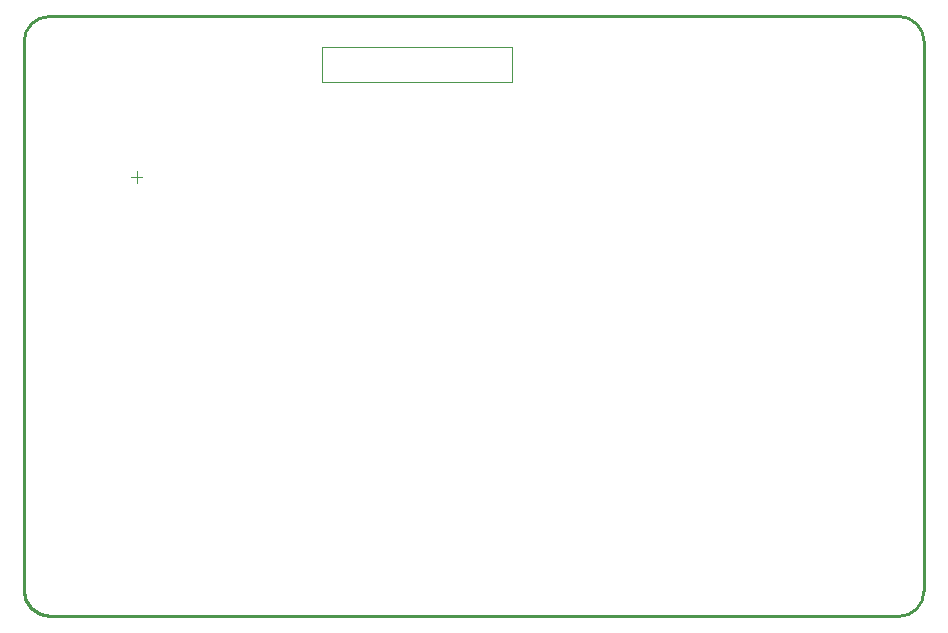
<source format=gko>
G04*
G04 #@! TF.GenerationSoftware,Altium Limited,Altium Designer,21.3.2 (30)*
G04*
G04 Layer_Color=16711935*
%FSLAX44Y44*%
%MOMM*%
G71*
G04*
G04 #@! TF.SameCoordinates,9234EC1E-5B27-41C9-997F-A59CE03DEA51*
G04*
G04*
G04 #@! TF.FilePolarity,Positive*
G04*
G01*
G75*
%ADD10C,0.2540*%
%ADD15C,0.0500*%
D10*
X254000Y276860D02*
G03*
X276860Y254000I22860J0D01*
G01*
X275499Y762000D02*
G03*
X254000Y740501I0J-21499D01*
G01*
X1016000D02*
G03*
X994501Y762000I-21499J0D01*
G01*
Y254000D02*
G03*
X1016000Y275499I0J21499D01*
G01*
X254000Y276860D02*
Y740501D01*
X275499Y762000D02*
X994501D01*
X1016000Y275499D02*
Y740501D01*
X276860Y254000D02*
X994501D01*
X275499Y762000D02*
G03*
X254000Y740501I0J-21499D01*
G01*
Y275499D02*
G03*
X275499Y254000I21499J0D01*
G01*
X1016000Y740501D02*
G03*
X994501Y762000I-21499J0D01*
G01*
Y254000D02*
G03*
X1016000Y275499I0J21499D01*
G01*
X275499Y762000D02*
X994501D01*
X275499Y254000D02*
X994501D01*
X254000Y275499D02*
Y740501D01*
X1016000Y275499D02*
Y740501D01*
D15*
X667090Y706410D02*
Y736310D01*
X506390Y706410D02*
X667090D01*
X506390D02*
Y736310D01*
X667090D01*
X344260Y625810D02*
X354260D01*
X349260Y620810D02*
Y630810D01*
M02*

</source>
